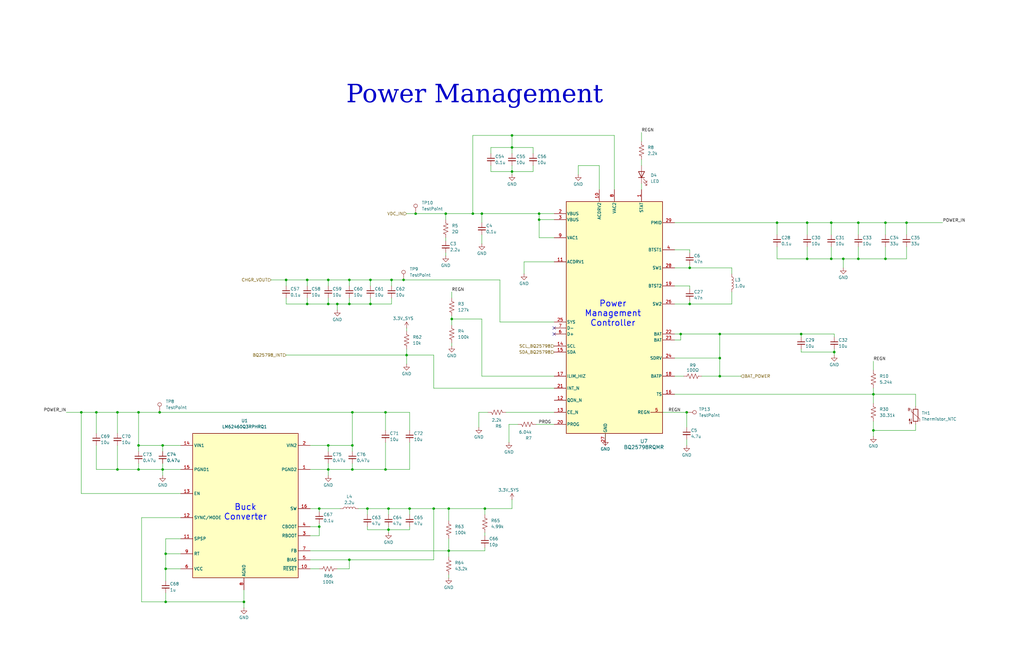
<source format=kicad_sch>
(kicad_sch (version 20231120) (generator "eeschema") (generator_version "8.0")
  (paper "B")
  (title_block (title "SCAN") (date "2024-11-25") (rev "v1.0") (company "Senior Design Group 35"))
  (lib_symbols
    (symbol "Connector:TestPoint" (pin_numbers hide) (pin_names (offset 0.762) hide)
      (property "Reference" "TP" (at 0 6.858 0))
      (property "Value" "TestPoint" (at 0 5.08 0))
      (symbol "TestPoint_0_1"
        (circle (center 0 3.302) (radius 0.762))
      )
      (symbol "TestPoint_1_1"
        (pin passive line (at 0 0 90) (length 2.54) (name "1") (number "1"))
      )
    )
    (symbol "Device:C_Small" (pin_numbers hide) (pin_names (offset 0.254) hide)
      (property "Reference" "C" (at 0.254 1.778 0))
      (property "Value" "C_Small" (at 0.254 -2.032 0))
      (symbol "C_Small_0_1"
        (polyline (pts (xy -1.524 -0.508) (xy 1.524 -0.508)) (stroke (width 0.3302)))
        (polyline (pts (xy -1.524 0.508) (xy 1.524 0.508)) (stroke (width 0.3048)))
      )
      (symbol "C_Small_1_1"
        (pin passive line (at 0 2.54 270) (length 2.032) (name "~") (number "1"))
        (pin passive line (at 0 -2.54 90) (length 2.032) (name "~") (number "2"))
      )
    )
    (symbol "Device:L" (pin_numbers hide) (pin_names (offset 1.016) hide)
      (property "Reference" "L" (at -1.27 0 90))
      (property "Value" "L" (at 1.905 0 90))
      (symbol "L_0_1"
        (arc (start 0 -2.54) (mid 0.6323 -1.905) (end 0 -1.27))
        (arc (start 0 -1.27) (mid 0.6323 -0.635) (end 0 0))
        (arc (start 0 0) (mid 0.6323 0.635) (end 0 1.27))
        (arc (start 0 1.27) (mid 0.6323 1.905) (end 0 2.54))
      )
      (symbol "L_1_1"
        (pin passive line (at 0 3.81 270) (length 1.27) (name "1") (number "1"))
        (pin passive line (at 0 -3.81 90) (length 1.27) (name "2") (number "2"))
      )
    )
    (symbol "Device:LED" (pin_numbers hide) (pin_names (offset 1.016) hide)
      (property "Reference" "D" (at 0 2.54 0))
      (property "Value" "LED" (at 0 -2.54 0))
      (symbol "LED_0_1"
        (polyline (pts (xy -1.27 -1.27) (xy -1.27 1.27)) (stroke (width 0.254)))
        (polyline (pts (xy -1.27 0) (xy 1.27 0)))
        (polyline (pts (xy 1.27 -1.27) (xy 1.27 1.27) (xy -1.27 0) (xy 1.27 -1.27)) (stroke (width 0.254)))
        (polyline (pts (xy -3.048 -0.762) (xy -4.572 -2.286) (xy -3.81 -2.286) (xy -4.572 -2.286) (xy -4.572 -1.524)))
        (polyline (pts (xy -1.778 -0.762) (xy -3.302 -2.286) (xy -2.54 -2.286) (xy -3.302 -2.286) (xy -3.302 -1.524)))
      )
      (symbol "LED_1_1"
        (pin passive line (at -3.81 0 0) (length 2.54) (name "K") (number "1"))
        (pin passive line (at 3.81 0 180) (length 2.54) (name "A") (number "2"))
      )
    )
    (symbol "Device:R_US" (pin_numbers hide) (pin_names (offset 0))
      (property "Reference" "R" (at 2.54 0 90))
      (property "Value" "R_US" (at -2.54 0 90))
      (symbol "R_US_0_1"
        (polyline (pts (xy 0 -2.286) (xy 0 -2.54)))
        (polyline (pts (xy 0 2.286) (xy 0 2.54)))
        (polyline (pts (xy 0 -0.762) (xy 1.016 -1.143) (xy 0 -1.524) (xy -1.016 -1.905) (xy 0 -2.286)))
        (polyline (pts (xy 0 0.762) (xy 1.016 0.381) (xy 0 0) (xy -1.016 -0.381) (xy 0 -0.762)))
        (polyline (pts (xy 0 2.286) (xy 1.016 1.905) (xy 0 1.524) (xy -1.016 1.143) (xy 0 0.762)))
      )
      (symbol "R_US_1_1"
        (pin passive line (at 0 3.81 270) (length 1.27) (name "~") (number "1"))
        (pin passive line (at 0 -3.81 90) (length 1.27) (name "~") (number "2"))
      )
    )
    (symbol "Device:Thermistor_NTC" (pin_numbers hide) (pin_names (offset 0))
      (property "Reference" "TH" (at -4.445 0 90))
      (property "Value" "Thermistor_NTC" (at 3.175 0 90))
      (symbol "Thermistor_NTC_0_1"
        (arc (start -3.048 2.159) (mid -3.0495 2.3143) (end -3.175 2.413))
        (arc (start -3.048 2.159) (mid -2.9736 1.9794) (end -2.794 1.905))
        (arc (start -3.048 2.794) (mid -2.9736 2.6144) (end -2.794 2.54))
        (arc (start -2.794 1.905) (mid -2.6144 1.9794) (end -2.54 2.159))
        (arc (start -2.794 2.54) (mid -2.4393 2.5587) (end -2.159 2.794))
        (arc (start -2.794 3.048) (mid -2.9736 2.9736) (end -3.048 2.794))
        (arc (start -2.54 2.794) (mid -2.6144 2.9736) (end -2.794 3.048))
        (rectangle (start -1.016 2.54) (end 1.016 -2.54) (stroke (width 0.254)))
        (polyline (pts (xy -2.54 2.159) (xy -2.54 2.794)))
        (polyline (pts (xy -1.778 2.54) (xy -1.778 1.524) (xy 1.778 -1.524) (xy 1.778 -2.54)))
        (polyline (pts (xy -2.54 -3.683) (xy -2.54 -1.397) (xy -2.794 -2.159) (xy -2.286 -2.159) (xy -2.54 -1.397) (xy -2.54 -1.651)) (fill (type outline)))
        (polyline (pts (xy -1.778 -1.397) (xy -1.778 -3.683) (xy -2.032 -2.921) (xy -1.524 -2.921) (xy -1.778 -3.683) (xy -1.778 -3.429)) (fill (type outline)))
      )
      (symbol "Thermistor_NTC_1_1"
        (pin passive line (at 0 3.81 270) (length 1.27) (name "~") (number "1"))
        (pin passive line (at 0 -3.81 90) (length 1.27) (name "~") (number "2"))
      )
    )
    (symbol "custom_symbols:BQ25798RQMR" (pin_names (offset 0.254))
      (property "Reference" "U" (at 0 2.54 0))
      (property "Value" "BQ25798RQMR" (at 0 0 0))
      (symbol "BQ25798RQMR_0_1"
        (pin unspecified line (at 36.83 10.16 270) (length 5.08) (name "STAT") (number "1"))
        (pin power_in line (at 19.05 10.16 270) (length 5.08) (name "ACDRV2") (number "10"))
        (pin power_in line (at 0 -20.32 0) (length 5.08) (name "ACDRV1") (number "11"))
        (pin unspecified line (at 0 -78.74 0) (length 5.08) (name "QON_N") (number "12"))
        (pin unspecified line (at 0 -83.82 0) (length 5.08) (name "CE_N") (number "13"))
        (pin input line (at 0 -55.88 0) (length 5.08) (name "SCL") (number "14"))
        (pin bidirectional line (at 0 -58.42 0) (length 5.08) (name "SDA") (number "15"))
        (pin unspecified line (at 50.8 -76.2 180) (length 5.08) (name "TS") (number "16"))
        (pin unspecified line (at 0 -68.58 0) (length 5.08) (name "ILIM_HIZ") (number "17"))
        (pin unspecified line (at 50.8 -68.58 180) (length 5.08) (name "BATP") (number "18"))
        (pin unspecified line (at 50.8 -30.48 180) (length 5.08) (name "BTST2") (number "19"))
        (pin power_in line (at 0 0 0) (length 5.08) (name "VBUS") (number "2"))
        (pin unspecified line (at 0 -88.9 0) (length 5.08) (name "PROG") (number "20"))
        (pin unspecified line (at 0 -73.66 0) (length 5.08) (name "INT_N") (number "21"))
        (pin unspecified line (at 50.8 -50.8 180) (length 5.08) (name "BAT") (number "22"))
        (pin unspecified line (at 50.8 -53.34 180) (length 5.08) (name "BAT") (number "23"))
        (pin unspecified line (at 50.8 -60.96 180) (length 5.08) (name "SDRV") (number "24"))
        (pin unspecified line (at 0 -45.72 0) (length 5.08) (name "SYS") (number "25"))
        (pin unspecified line (at 50.8 -38.1 180) (length 5.08) (name "SW2") (number "26"))
        (pin power_in line (at 21.59 -97.79 90) (length 5.08) (name "GND") (number "27"))
        (pin unspecified line (at 50.8 -22.86 180) (length 5.08) (name "SW1") (number "28"))
        (pin unspecified line (at 50.8 -3.81 180) (length 5.08) (name "PMID") (number "29"))
        (pin power_in line (at 0 -2.54 0) (length 5.08) (name "VBUS") (number "3"))
        (pin unspecified line (at 50.8 -15.24 180) (length 5.08) (name "BTST1") (number "4"))
        (pin unspecified line (at 45.72 -83.82 180) (length 5.08) (name "REGN") (number "5"))
        (pin unspecified line (at 0 -50.8 0) (length 5.08) (name "D+") (number "6"))
        (pin unspecified line (at 0 -48.26 0) (length 5.08) (name "D-") (number "7"))
        (pin power_in line (at 25.4 10.16 270) (length 5.08) (name "VAC2") (number "8"))
        (pin power_in line (at 0 -10.16 0) (length 5.08) (name "VAC1") (number "9"))
      )
      (symbol "BQ25798RQMR_1_1"
        (rectangle (start 5.08 5.08) (end 45.72 -92.71) (stroke (width 0.254)) (fill (type background)))
        (text_box "Power Management\nController" (at 11.43 -34.29 0) (size 26.67 -15.24) (stroke (width -0.0001)) (effects (font (size 2.54 2.54) (thickness 0.3175))))
      )
    )
    (symbol "custom_symbols:LM62460Q3RPHRQ1"
      (property "Reference" "U" (at 6.096 28.956 0))
      (property "Value" "LM62460Q3RPHRQ1" (at 6.096 26.416 0))
      (symbol "LM62460Q3RPHRQ1_1_1"
        (rectangle (start -8.89 21.59) (end 35.56 -39.37) (stroke (width 0.254)) (fill (type background)))
        (text_box "Buck\nConverter" (at 0 -6.35 0) (size 26.67 -10.16) (stroke (width -0.0001)) (effects (font (size 2.54 2.54) (thickness 0.3175))))
        (pin passive line (at 40.64 6.35 180) (length 5.08) (name "PGND2") (number "1"))
        (pin passive line (at 40.64 -35.56 180) (length 5.08) (name "~{RESET}") (number "10"))
        (pin passive line (at -13.97 -22.86 0) (length 5.08) (name "SPSP") (number "11"))
        (pin passive line (at -13.97 -13.97 0) (length 5.08) (name "SYNC/MODE") (number "12"))
        (pin passive line (at -13.97 -3.81 0) (length 5.08) (name "EN") (number "13"))
        (pin passive line (at -13.97 16.51 0) (length 5.08) (name "VIN1") (number "14"))
        (pin passive line (at -13.97 6.35 0) (length 5.08) (name "PGND1") (number "15"))
        (pin passive line (at 40.64 -10.16 180) (length 5.08) (name "SW") (number "16"))
        (pin passive line (at 40.64 16.51 180) (length 5.08) (name "VIN2") (number "2"))
        (pin passive line (at 40.64 -21.59 180) (length 5.08) (name "RBOOT") (number "3"))
        (pin passive line (at 40.64 -17.78 180) (length 5.08) (name "CBOOT") (number "4"))
        (pin passive line (at 40.64 -31.75 180) (length 5.08) (name "BIAS") (number "5"))
        (pin passive line (at -13.97 -35.56 0) (length 5.08) (name "VCC") (number "6"))
        (pin passive line (at 40.64 -27.94 180) (length 5.08) (name "FB") (number "7"))
        (pin passive line (at 12.7 -44.45 90) (length 5.08) (name "AGND") (number "8"))
        (pin passive line (at -13.97 -29.21 0) (length 5.08) (name "RT") (number "9"))
      )
    )
    (symbol "power:+3.3V" (power) (pin_numbers hide) (pin_names (offset 0) hide)
      (property "Value" "+3.3V" (at 0 3.556 0))
      (symbol "+3.3V_0_1"
        (polyline (pts (xy -0.762 1.27) (xy 0 2.54)))
        (polyline (pts (xy 0 0) (xy 0 2.54)))
        (polyline (pts (xy 0 2.54) (xy 0.762 1.27)))
      )
      (symbol "+3.3V_1_1"
        (pin power_in line (at 0 0 90) (length 0) (name "~") (number "1"))
      )
    )
    (symbol "power:GND" (power) (pin_numbers hide) (pin_names (offset 0) hide)
      (property "Value" "GND" (at 0 -3.81 0))
      (symbol "GND_0_1"
        (polyline (pts (xy 0 0) (xy 0 -1.27) (xy 1.27 -1.27) (xy 0 -2.54) (xy -1.27 -1.27) (xy 0 -1.27)))
      )
      (symbol "GND_1_1"
        (pin power_in line (at 0 0 270) (length 0) (name "~") (number "1"))
      )
    )
  )
  (junction (at 102.87 254))
  (junction (at 182.88 214.63))
  (junction (at 290.83 113.03))
  (junction (at 175.26 90.17))
  (junction (at 40.64 173.99))
  (junction (at 368.3 166.37))
  (junction (at 148.59 173.99))
  (junction (at 227.33 92.71))
  (junction (at 147.32 236.22))
  (junction (at 138.43 118.11))
  (junction (at 350.52 93.98))
  (junction (at 368.3 181.61))
  (junction (at 361.95 109.22))
  (junction (at 129.54 128.27))
  (junction (at 142.24 128.27))
  (junction (at 327.66 93.98))
  (junction (at 49.53 173.99))
  (junction (at 215.9 57.15))
  (junction (at 172.72 214.63))
  (junction (at 34.29 173.99))
  (junction (at 227.33 90.17))
  (junction (at 190.5 134.62))
  (junction (at 58.42 187.96))
  (junction (at 203.2 90.17))
  (junction (at 361.95 93.98))
  (junction (at 382.27 93.98))
  (junction (at 373.38 109.22))
  (junction (at 215.9 72.39))
  (junction (at 69.85 233.68))
  (junction (at 215.9 62.23))
  (junction (at 134.62 222.25))
  (junction (at 147.32 128.27))
  (junction (at 148.59 187.96))
  (junction (at 134.62 214.63))
  (junction (at 49.53 198.12))
  (junction (at 162.56 198.12))
  (junction (at 68.58 187.96))
  (junction (at 165.1 118.11))
  (junction (at 199.39 90.17))
  (junction (at 69.85 254))
  (junction (at 189.23 232.41))
  (junction (at 355.6 109.22))
  (junction (at 204.47 214.63))
  (junction (at 120.65 118.11))
  (junction (at 290.83 128.27))
  (junction (at 340.36 93.98))
  (junction (at 287.02 140.97))
  (junction (at 351.79 148.59))
  (junction (at 303.53 151.13))
  (junction (at 162.56 173.99))
  (junction (at 138.43 128.27))
  (junction (at 147.32 118.11))
  (junction (at 68.58 198.12))
  (junction (at 156.21 128.27))
  (junction (at 373.38 93.98))
  (junction (at 148.59 198.12))
  (junction (at 340.36 109.22))
  (junction (at 138.43 198.12))
  (junction (at 129.54 118.11))
  (junction (at 171.45 149.86))
  (junction (at 170.18 118.11))
  (junction (at 67.31 173.99))
  (junction (at 303.53 158.75))
  (junction (at 163.83 223.52))
  (junction (at 350.52 109.22))
  (junction (at 58.42 173.99))
  (junction (at 337.82 140.97))
  (junction (at 58.42 198.12))
  (junction (at 138.43 187.96))
  (junction (at 289.56 173.99))
  (junction (at 163.83 214.63))
  (junction (at 303.53 140.97))
  (junction (at 189.23 214.63))
  (junction (at 187.96 90.17))
  (junction (at 69.85 240.03))
  (junction (at 154.94 214.63))
  (junction (at 156.21 118.11))
  (no_connect (at 233.68 140.97))
  (no_connect (at 233.68 138.43))
  (wire (pts (xy 203.2 90.17) (xy 203.2 93.98)))
  (wire (pts (xy 148.59 198.12) (xy 162.56 198.12)))
  (wire (pts (xy 69.85 240.03) (xy 76.2 240.03)))
  (wire (pts (xy 68.58 198.12) (xy 76.2 198.12)))
  (wire (pts (xy 67.31 173.99) (xy 148.59 173.99)))
  (wire (pts (xy 382.27 93.98) (xy 397.51 93.98)))
  (wire (pts (xy 134.62 214.63) (xy 134.62 215.9)))
  (wire (pts (xy 189.23 227.33) (xy 189.23 232.41)))
  (wire (pts (xy 163.83 223.52) (xy 163.83 224.79)))
  (wire (pts (xy 373.38 104.14) (xy 373.38 109.22)))
  (wire (pts (xy 284.48 105.41) (xy 290.83 105.41)))
  (wire (pts (xy 259.08 80.01) (xy 259.08 57.15)))
  (wire (pts (xy 220.98 110.49) (xy 220.98 115.57)))
  (wire (pts (xy 327.66 104.14) (xy 327.66 109.22)))
  (wire (pts (xy 290.83 120.65) (xy 290.83 121.92)))
  (wire (pts (xy 58.42 187.96) (xy 58.42 173.99)))
  (wire (pts (xy 102.87 248.92) (xy 102.87 254)))
  (wire (pts (xy 138.43 198.12) (xy 138.43 200.66)))
  (wire (pts (xy 290.83 128.27) (xy 290.83 127)))
  (wire (pts (xy 147.32 125.73) (xy 147.32 128.27)))
  (wire (pts (xy 199.39 57.15) (xy 199.39 90.17)))
  (wire (pts (xy 284.48 120.65) (xy 290.83 120.65)))
  (wire (pts (xy 76.2 233.68) (xy 69.85 233.68)))
  (wire (pts (xy 138.43 125.73) (xy 138.43 128.27)))
  (wire (pts (xy 156.21 118.11) (xy 156.21 120.65)))
  (wire (pts (xy 138.43 187.96) (xy 130.81 187.96)))
  (wire (pts (xy 351.79 147.32) (xy 351.79 148.59)))
  (wire (pts (xy 350.52 93.98) (xy 350.52 99.06)))
  (wire (pts (xy 227.33 100.33) (xy 227.33 92.71)))
  (wire (pts (xy 252.73 69.85) (xy 243.84 69.85)))
  (wire (pts (xy 199.39 57.15) (xy 215.9 57.15)))
  (wire (pts (xy 148.59 187.96) (xy 148.59 190.5)))
  (wire (pts (xy 142.24 128.27) (xy 142.24 130.81)))
  (wire (pts (xy 68.58 187.96) (xy 68.58 190.5)))
  (wire (pts (xy 69.85 245.11) (xy 69.85 240.03)))
  (wire (pts (xy 187.96 100.33) (xy 187.96 101.6)))
  (wire (pts (xy 163.83 217.17) (xy 163.83 214.63)))
  (wire (pts (xy 214.63 179.07) (xy 218.44 179.07)))
  (wire (pts (xy 163.83 214.63) (xy 172.72 214.63)))
  (wire (pts (xy 68.58 187.96) (xy 58.42 187.96)))
  (wire (pts (xy 290.83 113.03) (xy 290.83 111.76)))
  (wire (pts (xy 284.48 143.51) (xy 287.02 143.51)))
  (wire (pts (xy 284.48 128.27) (xy 290.83 128.27)))
  (wire (pts (xy 243.84 69.85) (xy 243.84 73.66)))
  (wire (pts (xy 134.62 222.25) (xy 134.62 220.98)))
  (wire (pts (xy 138.43 195.58) (xy 138.43 198.12)))
  (wire (pts (xy 303.53 140.97) (xy 303.53 151.13)))
  (wire (pts (xy 368.3 152.4) (xy 368.3 156.21)))
  (wire (pts (xy 303.53 151.13) (xy 303.53 158.75)))
  (wire (pts (xy 279.4 173.99) (xy 289.56 173.99)))
  (wire (pts (xy 154.94 222.25) (xy 154.94 223.52)))
  (wire (pts (xy 76.2 187.96) (xy 68.58 187.96)))
  (wire (pts (xy 130.81 232.41) (xy 189.23 232.41)))
  (wire (pts (xy 361.95 109.22) (xy 355.6 109.22)))
  (wire (pts (xy 327.66 109.22) (xy 340.36 109.22)))
  (wire (pts (xy 162.56 173.99) (xy 162.56 181.61)))
  (wire (pts (xy 138.43 198.12) (xy 148.59 198.12)))
  (wire (pts (xy 190.5 144.78) (xy 190.5 146.05)))
  (wire (pts (xy 187.96 90.17) (xy 187.96 92.71)))
  (wire (pts (xy 151.13 214.63) (xy 154.94 214.63)))
  (wire (pts (xy 382.27 109.22) (xy 373.38 109.22)))
  (wire (pts (xy 368.3 166.37) (xy 368.3 170.18)))
  (wire (pts (xy 49.53 173.99) (xy 58.42 173.99)))
  (wire (pts (xy 120.65 149.86) (xy 171.45 149.86)))
  (wire (pts (xy 59.69 218.44) (xy 59.69 254)))
  (wire (pts (xy 172.72 214.63) (xy 182.88 214.63)))
  (wire (pts (xy 165.1 118.11) (xy 165.1 120.65)))
  (wire (pts (xy 34.29 208.28) (xy 34.29 173.99)))
  (wire (pts (xy 163.83 222.25) (xy 163.83 223.52)))
  (wire (pts (xy 233.68 110.49) (xy 220.98 110.49)))
  (wire (pts (xy 171.45 90.17) (xy 175.26 90.17)))
  (wire (pts (xy 68.58 198.12) (xy 68.58 200.66)))
  (wire (pts (xy 130.81 226.06) (xy 134.62 226.06)))
  (wire (pts (xy 214.63 186.69) (xy 214.63 179.07)))
  (wire (pts (xy 215.9 62.23) (xy 215.9 64.77)))
  (wire (pts (xy 284.48 140.97) (xy 287.02 140.97)))
  (wire (pts (xy 233.68 163.83) (xy 182.88 163.83)))
  (wire (pts (xy 368.3 177.8) (xy 368.3 181.61)))
  (wire (pts (xy 204.47 214.63) (xy 215.9 214.63)))
  (wire (pts (xy 148.59 195.58) (xy 148.59 198.12)))
  (wire (pts (xy 182.88 163.83) (xy 182.88 149.86)))
  (wire (pts (xy 207.01 69.85) (xy 207.01 72.39)))
  (wire (pts (xy 129.54 118.11) (xy 138.43 118.11)))
  (wire (pts (xy 215.9 69.85) (xy 215.9 72.39)))
  (wire (pts (xy 147.32 118.11) (xy 147.32 120.65)))
  (wire (pts (xy 189.23 214.63) (xy 189.23 219.71)))
  (wire (pts (xy 130.81 236.22) (xy 147.32 236.22)))
  (wire (pts (xy 148.59 173.99) (xy 148.59 187.96)))
  (wire (pts (xy 204.47 224.79) (xy 204.47 226.06)))
  (wire (pts (xy 373.38 93.98) (xy 373.38 99.06)))
  (wire (pts (xy 130.81 214.63) (xy 134.62 214.63)))
  (wire (pts (xy 58.42 195.58) (xy 58.42 198.12)))
  (wire (pts (xy 182.88 214.63) (xy 189.23 214.63)))
  (wire (pts (xy 130.81 198.12) (xy 138.43 198.12)))
  (wire (pts (xy 165.1 118.11) (xy 156.21 118.11)))
  (wire (pts (xy 210.82 135.89) (xy 210.82 118.11)))
  (wire (pts (xy 182.88 149.86) (xy 171.45 149.86)))
  (wire (pts (xy 215.9 72.39) (xy 215.9 73.66)))
  (wire (pts (xy 190.5 133.35) (xy 190.5 134.62)))
  (wire (pts (xy 120.65 118.11) (xy 120.65 120.65)))
  (wire (pts (xy 361.95 93.98) (xy 373.38 93.98)))
  (wire (pts (xy 201.93 173.99) (xy 205.74 173.99)))
  (wire (pts (xy 129.54 118.11) (xy 120.65 118.11)))
  (wire (pts (xy 224.79 69.85) (xy 224.79 72.39)))
  (wire (pts (xy 233.68 135.89) (xy 210.82 135.89)))
  (wire (pts (xy 303.53 140.97) (xy 337.82 140.97)))
  (wire (pts (xy 308.61 113.03) (xy 290.83 113.03)))
  (wire (pts (xy 154.94 214.63) (xy 154.94 217.17)))
  (wire (pts (xy 172.72 217.17) (xy 172.72 214.63)))
  (wire (pts (xy 270.51 67.31) (xy 270.51 69.85)))
  (wire (pts (xy 252.73 80.01) (xy 252.73 69.85)))
  (wire (pts (xy 69.85 250.19) (xy 69.85 254)))
  (wire (pts (xy 227.33 90.17) (xy 233.68 90.17)))
  (wire (pts (xy 351.79 140.97) (xy 351.79 142.24)))
  (wire (pts (xy 40.64 198.12) (xy 49.53 198.12)))
  (wire (pts (xy 351.79 148.59) (xy 351.79 149.86)))
  (wire (pts (xy 203.2 134.62) (xy 190.5 134.62)))
  (wire (pts (xy 130.81 240.03) (xy 134.62 240.03)))
  (wire (pts (xy 337.82 147.32) (xy 337.82 148.59)))
  (wire (pts (xy 287.02 143.51) (xy 287.02 140.97)))
  (wire (pts (xy 303.53 158.75) (xy 312.42 158.75)))
  (wire (pts (xy 255.27 182.88) (xy 255.27 185.42)))
  (wire (pts (xy 59.69 254) (xy 69.85 254)))
  (wire (pts (xy 172.72 223.52) (xy 163.83 223.52)))
  (wire (pts (xy 138.43 187.96) (xy 138.43 190.5)))
  (wire (pts (xy 386.08 179.07) (xy 386.08 181.61)))
  (wire (pts (xy 187.96 106.68) (xy 187.96 107.95)))
  (wire (pts (xy 327.66 93.98) (xy 340.36 93.98)))
  (wire (pts (xy 40.64 187.96) (xy 40.64 198.12)))
  (wire (pts (xy 284.48 113.03) (xy 290.83 113.03)))
  (wire (pts (xy 162.56 186.69) (xy 162.56 198.12)))
  (wire (pts (xy 226.06 179.07) (xy 233.68 179.07)))
  (wire (pts (xy 203.2 90.17) (xy 227.33 90.17)))
  (wire (pts (xy 368.3 163.83) (xy 368.3 166.37)))
  (wire (pts (xy 102.87 254) (xy 102.87 256.54)))
  (wire (pts (xy 34.29 173.99) (xy 27.94 173.99)))
  (wire (pts (xy 287.02 140.97) (xy 303.53 140.97)))
  (wire (pts (xy 171.45 149.86) (xy 171.45 153.67)))
  (wire (pts (xy 308.61 115.57) (xy 308.61 113.03)))
  (wire (pts (xy 382.27 104.14) (xy 382.27 109.22)))
  (wire (pts (xy 114.3 118.11) (xy 120.65 118.11)))
  (wire (pts (xy 147.32 118.11) (xy 156.21 118.11)))
  (wire (pts (xy 190.5 134.62) (xy 190.5 137.16)))
  (wire (pts (xy 49.53 198.12) (xy 58.42 198.12)))
  (wire (pts (xy 295.91 158.75) (xy 303.53 158.75)))
  (wire (pts (xy 156.21 125.73) (xy 156.21 128.27)))
  (wire (pts (xy 58.42 198.12) (xy 68.58 198.12)))
  (wire (pts (xy 172.72 222.25) (xy 172.72 223.52)))
  (wire (pts (xy 129.54 128.27) (xy 138.43 128.27)))
  (wire (pts (xy 284.48 151.13) (xy 303.53 151.13)))
  (wire (pts (xy 204.47 214.63) (xy 204.47 217.17)))
  (wire (pts (xy 170.18 118.11) (xy 165.1 118.11)))
  (wire (pts (xy 204.47 232.41) (xy 204.47 231.14)))
  (wire (pts (xy 213.36 173.99) (xy 233.68 173.99)))
  (wire (pts (xy 290.83 106.68) (xy 290.83 105.41)))
  (wire (pts (xy 49.53 182.88) (xy 49.53 173.99)))
  (wire (pts (xy 129.54 118.11) (xy 129.54 120.65)))
  (wire (pts (xy 182.88 214.63) (xy 182.88 236.22)))
  (wire (pts (xy 337.82 148.59) (xy 351.79 148.59)))
  (wire (pts (xy 69.85 227.33) (xy 69.85 233.68)))
  (wire (pts (xy 215.9 72.39) (xy 224.79 72.39)))
  (wire (pts (xy 154.94 214.63) (xy 163.83 214.63)))
  (wire (pts (xy 215.9 57.15) (xy 259.08 57.15)))
  (wire (pts (xy 142.24 240.03) (xy 147.32 240.03)))
  (wire (pts (xy 138.43 118.11) (xy 138.43 120.65)))
  (wire (pts (xy 340.36 109.22) (xy 340.36 104.14)))
  (wire (pts (xy 147.32 240.03) (xy 147.32 236.22)))
  (wire (pts (xy 189.23 232.41) (xy 189.23 234.95)))
  (wire (pts (xy 382.27 93.98) (xy 382.27 99.06)))
  (wire (pts (xy 129.54 125.73) (xy 129.54 128.27)))
  (wire (pts (xy 58.42 187.96) (xy 58.42 190.5)))
  (wire (pts (xy 207.01 62.23) (xy 215.9 62.23)))
  (wire (pts (xy 373.38 109.22) (xy 361.95 109.22)))
  (wire (pts (xy 386.08 171.45) (xy 386.08 166.37)))
  (wire (pts (xy 284.48 93.98) (xy 327.66 93.98)))
  (wire (pts (xy 142.24 128.27) (xy 147.32 128.27)))
  (wire (pts (xy 134.62 226.06) (xy 134.62 222.25)))
  (wire (pts (xy 199.39 90.17) (xy 203.2 90.17)))
  (wire (pts (xy 284.48 166.37) (xy 368.3 166.37)))
  (wire (pts (xy 233.68 158.75) (xy 203.2 158.75)))
  (wire (pts (xy 134.62 214.63) (xy 143.51 214.63)))
  (wire (pts (xy 34.29 173.99) (xy 40.64 173.99)))
  (wire (pts (xy 224.79 64.77) (xy 224.79 62.23)))
  (wire (pts (xy 40.64 173.99) (xy 49.53 173.99)))
  (wire (pts (xy 69.85 254) (xy 102.87 254)))
  (wire (pts (xy 308.61 128.27) (xy 290.83 128.27)))
  (wire (pts (xy 58.42 173.99) (xy 67.31 173.99)))
  (wire (pts (xy 227.33 92.71) (xy 227.33 90.17)))
  (wire (pts (xy 337.82 140.97) (xy 337.82 142.24)))
  (wire (pts (xy 175.26 90.17) (xy 187.96 90.17)))
  (wire (pts (xy 187.96 90.17) (xy 199.39 90.17)))
  (wire (pts (xy 120.65 128.27) (xy 129.54 128.27)))
  (wire (pts (xy 154.94 223.52) (xy 163.83 223.52)))
  (wire (pts (xy 68.58 195.58) (xy 68.58 198.12)))
  (wire (pts (xy 203.2 158.75) (xy 203.2 134.62)))
  (wire (pts (xy 201.93 180.34) (xy 201.93 173.99)))
  (wire (pts (xy 308.61 123.19) (xy 308.61 128.27)))
  (wire (pts (xy 373.38 93.98) (xy 382.27 93.98)))
  (wire (pts (xy 171.45 147.32) (xy 171.45 149.86)))
  (wire (pts (xy 233.68 92.71) (xy 227.33 92.71)))
  (wire (pts (xy 355.6 109.22) (xy 350.52 109.22)))
  (wire (pts (xy 361.95 93.98) (xy 361.95 99.06)))
  (wire (pts (xy 337.82 140.97) (xy 351.79 140.97)))
  (wire (pts (xy 215.9 62.23) (xy 224.79 62.23)))
  (wire (pts (xy 204.47 214.63) (xy 189.23 214.63)))
  (wire (pts (xy 171.45 138.43) (xy 171.45 139.7)))
  (wire (pts (xy 210.82 118.11) (xy 170.18 118.11)))
  (wire (pts (xy 350.52 93.98) (xy 361.95 93.98)))
  (wire (pts (xy 172.72 173.99) (xy 162.56 173.99)))
  (wire (pts (xy 148.59 173.99) (xy 162.56 173.99)))
  (wire (pts (xy 361.95 104.14) (xy 361.95 109.22)))
  (wire (pts (xy 138.43 118.11) (xy 147.32 118.11)))
  (wire (pts (xy 147.32 128.27) (xy 156.21 128.27)))
  (wire (pts (xy 284.48 158.75) (xy 288.29 158.75)))
  (wire (pts (xy 189.23 242.57) (xy 189.23 243.84)))
  (wire (pts (xy 76.2 218.44) (xy 59.69 218.44)))
  (wire (pts (xy 172.72 181.61) (xy 172.72 173.99)))
  (wire (pts (xy 204.47 232.41) (xy 189.23 232.41)))
  (wire (pts (xy 350.52 109.22) (xy 340.36 109.22)))
  (wire (pts (xy 165.1 125.73) (xy 165.1 128.27)))
  (wire (pts (xy 138.43 128.27) (xy 142.24 128.27)))
  (wire (pts (xy 215.9 57.15) (xy 215.9 62.23)))
  (wire (pts (xy 368.3 181.61) (xy 368.3 184.15)))
  (wire (pts (xy 34.29 208.28) (xy 76.2 208.28)))
  (wire (pts (xy 120.65 125.73) (xy 120.65 128.27)))
  (wire (pts (xy 40.64 182.88) (xy 40.64 173.99)))
  (wire (pts (xy 190.5 123.19) (xy 190.5 125.73)))
  (wire (pts (xy 340.36 93.98) (xy 340.36 99.06)))
  (wire (pts (xy 215.9 210.82) (xy 215.9 214.63)))
  (wire (pts (xy 148.59 187.96) (xy 138.43 187.96)))
  (wire (pts (xy 270.51 55.88) (xy 270.51 59.69)))
  (wire (pts (xy 289.56 185.42) (xy 289.56 187.96)))
  (wire (pts (xy 69.85 227.33) (xy 76.2 227.33)))
  (wire (pts (xy 350.52 104.14) (xy 350.52 109.22)))
  (wire (pts (xy 215.9 72.39) (xy 207.01 72.39)))
  (wire (pts (xy 207.01 62.23) (xy 207.01 64.77)))
  (wire (pts (xy 386.08 181.61) (xy 368.3 181.61)))
  (wire (pts (xy 386.08 166.37) (xy 368.3 166.37)))
  (wire (pts (xy 355.6 109.22) (xy 355.6 113.03)))
  (wire (pts (xy 203.2 99.06) (xy 203.2 102.87)))
  (wire (pts (xy 172.72 198.12) (xy 162.56 198.12)))
  (wire (pts (xy 289.56 173.99) (xy 289.56 180.34)))
  (wire (pts (xy 69.85 233.68) (xy 69.85 240.03)))
  (wire (pts (xy 130.81 222.25) (xy 134.62 222.25)))
  (wire (pts (xy 270.51 77.47) (xy 270.51 80.01)))
  (wire (pts (xy 233.68 100.33) (xy 227.33 100.33)))
  (wire (pts (xy 172.72 186.69) (xy 172.72 198.12)))
  (wire (pts (xy 156.21 128.27) (xy 165.1 128.27)))
  (wire (pts (xy 49.53 187.96) (xy 49.53 198.12)))
  (wire (pts (xy 340.36 93.98) (xy 350.52 93.98)))
  (wire (pts (xy 147.32 236.22) (xy 182.88 236.22)))
  (wire (pts (xy 327.66 93.98) (xy 327.66 99.06)))
  (text "Power Management" (at 200.152 42.164 0) (effects (font (size 7.62 7.62) (thickness 0.9525))))
  (label "REGN" (at 270.51 55.88 0))
  (label "REGN" (at 190.5 123.19 0))
  (label "REGN" (at 287.02 173.99 180))
  (label "POWER_IN" (at 397.51 93.98 0))
  (label "POWER_IN" (at 27.94 173.99 180))
  (label "REGN" (at 368.3 152.4 0))
  (label "PROG" (at 232.41 179.07 180))
  (hierarchical_label "SDA_BQ25798" (shape input) (at 233.68 148.59 180))
  (hierarchical_label "BQ25798_INT" (shape input) (at 120.65 149.86 180))
  (hierarchical_label "SCL_BQ25798" (shape input) (at 233.68 146.05 180))
  (hierarchical_label "BAT_POWER" (shape input) (at 312.42 158.75 0))
  (hierarchical_label "VDC_IN" (shape input) (at 171.45 90.17 180))
  (hierarchical_label "CHGR_VOUT" (shape input) (at 114.3 118.11 180))
  (symbol (lib_id "Device:C_Small") (at 172.72 184.15 0) (unit 1)
    (property "Reference" "C72" (at 174.498 182.88 0) (effects (justify left)))
    (property "Value" "10u" (at 174.498 185.42 0) (effects (justify left)))
  )
  (symbol (lib_id "Device:C_Small") (at 373.38 101.6 0) (unit 1)
    (property "Reference" "C34" (at 375.158 100.33 0) (effects (justify left)))
    (property "Value" "33u" (at 375.158 102.87 0) (effects (justify left)))
    (property "Description" "POSCAP" (effects (hide yes)))
  )
  (symbol (lib_id "Device:C_Small") (at 40.64 185.42 0) (unit 1)
    (property "Reference" "C69" (at 42.418 184.15 0) (effects (justify left)))
    (property "Value" "10u" (at 42.418 186.69 0) (effects (justify left)))
  )
  (symbol (lib_id "power:+3.3V") (at 215.9 210.82 0) (unit 1)
    (property "Reference" "#PWR0111" (effects (hide yes)))
    (property "Value" "3.3V_SYS" (at 210.058 206.756 0) (effects (justify left)))
    (property "Description" "Power symbol creates a global label with name \"+3.3V\"" (effects (hide yes)))
  )
  (symbol (lib_id "Device:L") (at 147.32 214.63 90) (unit 1)
    (property "Reference" "L4" (at 147.32 209.55 90))
    (property "Value" "2.2u" (at 147.32 212.09 90))
    (property "Description" "Inductor" (effects (hide yes)))
  )
  (symbol (lib_id "Connector:TestPoint") (at 175.26 90.17 0) (unit 1)
    (property "Reference" "TP10" (at 177.8 85.5979 0) (effects (justify left)))
    (property "Value" "TestPoint" (at 177.8 88.1379 0) (effects (justify left)))
    (property "Description" "test point" (effects (hide yes)))
  )
  (symbol (lib_id "Device:C_Small") (at 290.83 109.22 0) (unit 1)
    (property "Reference" "C6" (at 292.608 107.95 0) (effects (justify left)))
    (property "Value" "47n" (at 292.608 110.49 0) (effects (justify left)))
    (property "Description" "10V or higher" (effects (hide yes)))
  )
  (symbol (lib_id "Device:C_Small") (at 156.21 123.19 0) (unit 1)
    (property "Reference" "C61" (at 157.988 121.92 0) (effects (justify left)))
    (property "Value" "10u" (at 157.988 124.46 0) (effects (justify left)))
  )
  (symbol (lib_id "Device:R_US") (at 187.96 96.52 0) (unit 1)
    (property "Reference" "R5" (at 190.5 95.2499 0) (effects (justify left)))
    (property "Value" "2Ω" (at 190.5 97.7899 0) (effects (justify left)))
    (property "Description" "Resistor, US symbol" (effects (hide yes)))
  )
  (symbol (lib_id "Device:L") (at 308.61 119.38 0) (unit 1)
    (property "Reference" "L3" (at 309.88 118.1099 0) (effects (justify left)))
    (property "Value" "1.0u" (at 309.88 120.6499 0) (effects (justify left)))
    (property "Description" "Inductor" (effects (hide yes)))
  )
  (symbol (lib_id "power:+3.3V") (at 171.45 138.43 0) (unit 1)
    (property "Reference" "#PWR0104" (effects (hide yes)))
    (property "Value" "3.3V_SYS" (at 165.608 134.366 0) (effects (justify left)))
    (property "Description" "Power symbol creates a global label with name \"+3.3V\"" (effects (hide yes)))
  )
  (symbol (lib_id "power:GND") (at 189.23 243.84 0) (unit 1)
    (property "Reference" "#PWR0112" (effects (hide yes)))
    (property "Value" "GND" (at 189.23 247.904 0))
    (property "Description" "Power symbol creates a global label with name \"GND\" , ground" (effects (hide yes)))
  )
  (symbol (lib_id "Device:C_Small") (at 350.52 101.6 0) (unit 1)
    (property "Reference" "C31" (at 352.298 100.33 0) (effects (justify left)))
    (property "Value" "10u" (at 352.298 102.87 0) (effects (justify left)))
  )
  (symbol (lib_id "Device:R_US") (at 190.5 140.97 0) (unit 1)
    (property "Reference" "R4" (at 193.04 139.6999 0) (effects (justify left)))
    (property "Value" "100k" (at 193.04 142.2399 0) (effects (justify left)))
    (property "Description" "Resistor, US symbol" (effects (hide yes)))
  )
  (symbol (lib_id "Device:C_Small") (at 215.9 67.31 0) (unit 1)
    (property "Reference" "C55" (at 217.678 66.04 0) (effects (justify left)))
    (property "Value" "10u" (at 217.678 68.58 0) (effects (justify left)))
  )
  (symbol (lib_id "Device:R_US") (at 189.23 238.76 0) (unit 1)
    (property "Reference" "R64" (at 191.77 237.4899 0) (effects (justify left)))
    (property "Value" "43.2k" (at 191.77 240.0299 0) (effects (justify left)))
    (property "Description" "Resistor, US symbol" (effects (hide yes)))
  )
  (symbol (lib_id "Device:C_Small") (at 134.62 218.44 0) (unit 1)
    (property "Reference" "C67" (at 136.398 217.17 0) (effects (justify left)))
    (property "Value" "0.1u" (at 136.398 219.71 0) (effects (justify left)))
  )
  (symbol (lib_id "power:GND") (at 255.27 185.42 0) (unit 1)
    (property "Reference" "#PWR022" (effects (hide yes)))
    (property "Value" "GND" (at 255.27 189.484 0))
    (property "Description" "Power symbol creates a global label with name \"GND\" , ground" (effects (hide yes)))
  )
  (symbol (lib_id "Device:C_Small") (at 147.32 123.19 0) (unit 1)
    (property "Reference" "C60" (at 149.098 121.92 0) (effects (justify left)))
    (property "Value" "10u" (at 149.098 124.46 0) (effects (justify left)))
  )
  (symbol (lib_id "Device:R_US") (at 270.51 63.5 0) (unit 1)
    (property "Reference" "R8" (at 273.05 62.2299 0) (effects (justify left)))
    (property "Value" "2.2k" (at 273.05 64.7699 0) (effects (justify left)))
    (property "Description" "Resistor, US symbol" (effects (hide yes)))
  )
  (symbol (lib_id "Device:R_US") (at 138.43 240.03 90) (unit 1)
    (property "Reference" "R66" (at 138.43 243.078 90))
    (property "Value" "100k" (at 138.43 245.618 90))
    (property "Description" "Resistor, US symbol" (effects (hide yes)))
  )
  (symbol (lib_id "Device:R_US") (at 292.1 158.75 90) (unit 1)
    (property "Reference" "R9" (at 292.1 154.178 90))
    (property "Value" "100Ω" (at 292.1 156.21 90))
    (property "Description" "Resistor, US symbol" (effects (hide yes)))
  )
  (symbol (lib_id "power:GND") (at 138.43 200.66 0) (unit 1)
    (property "Reference" "#PWR0109" (effects (hide yes)))
    (property "Value" "GND" (at 138.43 204.724 0))
    (property "Description" "Power symbol creates a global label with name \"GND\" , ground" (effects (hide yes)))
  )
  (symbol (lib_id "Device:C_Small") (at 163.83 219.71 0) (unit 1)
    (property "Reference" "C64" (at 165.608 218.44 0) (effects (justify left)))
    (property "Value" "47u" (at 165.608 220.98 0) (effects (justify left)))
  )
  (symbol (lib_id "Connector:TestPoint") (at 289.56 173.99 270) (unit 1)
    (property "Reference" "TP13" (at 294.64 172.7199 90) (effects (justify left)))
    (property "Value" "TestPoint" (at 294.64 175.2599 90) (effects (justify left)))
    (property "Description" "test point" (effects (hide yes)))
  )
  (symbol (lib_id "power:GND") (at 214.63 186.69 0) (unit 1)
    (property "Reference" "#PWR020" (effects (hide yes)))
    (property "Value" "GND" (at 214.63 190.754 0))
    (property "Description" "Power symbol creates a global label with name \"GND\" , ground" (effects (hide yes)))
  )
  (symbol (lib_id "Device:R_US") (at 190.5 129.54 0) (unit 1)
    (property "Reference" "R3" (at 193.04 128.2699 0) (effects (justify left)))
    (property "Value" "127k" (at 193.04 130.8099 0) (effects (justify left)))
    (property "Description" "Resistor, US symbol" (effects (hide yes)))
  )
  (symbol (lib_id "Device:C_Small") (at 68.58 193.04 0) (unit 1)
    (property "Reference" "C74" (at 70.358 191.77 0) (effects (justify left)))
    (property "Value" "0.47u" (at 70.358 194.31 0) (effects (justify left)))
  )
  (symbol (lib_id "power:GND") (at 220.98 115.57 0) (unit 1)
    (property "Reference" "#PWR021" (effects (hide yes)))
    (property "Value" "GND" (at 220.98 119.634 0))
    (property "Description" "Power symbol creates a global label with name \"GND\" , ground" (effects (hide yes)))
  )
  (symbol (lib_id "Device:C_Small") (at 207.01 67.31 0) (unit 1)
    (property "Reference" "C54" (at 208.788 66.04 0) (effects (justify left)))
    (property "Value" "0.1u" (at 208.788 68.58 0) (effects (justify left)))
  )
  (symbol (lib_id "Device:C_Small") (at 154.94 219.71 0) (unit 1)
    (property "Reference" "C63" (at 156.718 218.44 0) (effects (justify left)))
    (property "Value" "47u" (at 156.718 220.98 0) (effects (justify left)))
  )
  (symbol (lib_id "power:GND") (at 203.2 102.87 0) (unit 1)
    (property "Reference" "#PWR018" (effects (hide yes)))
    (property "Value" "GND" (at 203.2 106.934 0))
    (property "Description" "Power symbol creates a global label with name \"GND\" , ground" (effects (hide yes)))
  )
  (symbol (lib_id "Connector:TestPoint") (at 67.31 173.99 0) (unit 1)
    (property "Reference" "TP8" (at 69.85 169.4179 0) (effects (justify left)))
    (property "Value" "TestPoint" (at 69.85 171.9579 0) (effects (justify left)))
    (property "Description" "test point" (effects (hide yes)))
  )
  (symbol (lib_id "power:GND") (at 102.87 256.54 0) (mirror y) (unit 1)
    (property "Reference" "#PWR0114" (effects (hide yes)))
    (property "Value" "GND" (at 102.87 260.604 0))
    (property "Description" "Power symbol creates a global label with name \"GND\" , ground" (effects (hide yes)))
  )
  (symbol (lib_id "power:GND") (at 368.3 184.15 0) (unit 1)
    (property "Reference" "#PWR026" (effects (hide yes)))
    (property "Value" "GND" (at 368.3 188.214 0))
    (property "Description" "Power symbol creates a global label with name \"GND\" , ground" (effects (hide yes)))
  )
  (symbol (lib_id "Device:C_Small") (at 120.65 123.19 0) (unit 1)
    (property "Reference" "C57" (at 122.428 121.92 0) (effects (justify left)))
    (property "Value" "0.1u" (at 122.428 124.46 0) (effects (justify left)))
  )
  (symbol (lib_id "Device:LED") (at 270.51 73.66 90) (unit 1)
    (property "Reference" "D4" (at 274.32 73.9774 90) (effects (justify right)))
    (property "Value" "LED" (at 274.32 76.5174 90) (effects (justify right)))
    (property "Description" "Light emitting diode" (effects (hide yes)))
  )
  (symbol (lib_id "Device:C_Small") (at 337.82 144.78 0) (unit 1)
    (property "Reference" "C29" (at 339.598 143.51 0) (effects (justify left)))
    (property "Value" "10u" (at 339.598 146.05 0) (effects (justify left)))
  )
  (symbol (lib_id "power:GND") (at 187.96 107.95 0) (unit 1)
    (property "Reference" "#PWR017" (effects (hide yes)))
    (property "Value" "GND" (at 187.96 112.014 0))
    (property "Description" "Power symbol creates a global label with name \"GND\" , ground" (effects (hide yes)))
  )
  (symbol (lib_id "Device:C_Small") (at 69.85 247.65 0) (unit 1)
    (property "Reference" "C68" (at 71.628 246.38 0) (effects (justify left)))
    (property "Value" "1u" (at 71.628 248.92 0) (effects (justify left)))
  )
  (symbol (lib_id "Device:C_Small") (at 148.59 193.04 0) (unit 1)
    (property "Reference" "C76" (at 150.368 191.77 0) (effects (justify left)))
    (property "Value" "0.47u" (at 150.368 194.31 0) (effects (justify left)))
  )
  (symbol (lib_id "power:GND") (at 215.9 73.66 0) (unit 1)
    (property "Reference" "#PWR0102" (effects (hide yes)))
    (property "Value" "GND" (at 215.9 77.724 0))
    (property "Description" "Power symbol creates a global label with name \"GND\" , ground" (effects (hide yes)))
  )
  (symbol (lib_id "power:GND") (at 351.79 149.86 0) (unit 1)
    (property "Reference" "#PWR024" (effects (hide yes)))
    (property "Value" "GND" (at 351.79 153.924 0))
    (property "Description" "Power symbol creates a global label with name \"GND\" , ground" (effects (hide yes)))
  )
  (symbol (lib_id "Device:C_Small") (at 172.72 219.71 0) (unit 1)
    (property "Reference" "C65" (at 174.498 218.44 0) (effects (justify left)))
    (property "Value" "47u" (at 174.498 220.98 0) (effects (justify left)))
  )
  (symbol (lib_id "Device:R_US") (at 368.3 173.99 0) (unit 1)
    (property "Reference" "R30" (at 370.84 172.7199 0) (effects (justify left)))
    (property "Value" "30.31k" (at 370.84 175.2599 0) (effects (justify left)))
    (property "Description" "Resistor, US symbol" (effects (hide yes)))
  )
  (symbol (lib_id "power:GND") (at 68.58 200.66 0) (mirror y) (unit 1)
    (property "Reference" "#PWR0113" (effects (hide yes)))
    (property "Value" "GND" (at 68.58 204.724 0))
    (property "Description" "Power symbol creates a global label with name \"GND\" , ground" (effects (hide yes)))
  )
  (symbol (lib_id "power:GND") (at 289.56 187.96 0) (unit 1)
    (property "Reference" "#PWR023" (effects (hide yes)))
    (property "Value" "GND" (at 289.56 192.024 0))
    (property "Description" "Power symbol creates a global label with name \"GND\" , ground" (effects (hide yes)))
  )
  (symbol (lib_id "Device:C_Small") (at 351.79 144.78 0) (unit 1)
    (property "Reference" "C32" (at 353.568 143.51 0) (effects (justify left)))
    (property "Value" "10u" (at 353.568 146.05 0) (effects (justify left)))
  )
  (symbol (lib_id "Device:C_Small") (at 224.79 67.31 0) (unit 1)
    (property "Reference" "C56" (at 226.568 66.04 0) (effects (justify left)))
    (property "Value" "10u" (at 226.568 68.58 0) (effects (justify left)))
  )
  (symbol (lib_id "Device:R_US") (at 204.47 220.98 0) (unit 1)
    (property "Reference" "R65" (at 207.01 219.7099 0) (effects (justify left)))
    (property "Value" "4.99k" (at 207.01 222.2499 0) (effects (justify left)))
    (property "Description" "Resistor, US symbol" (effects (hide yes)))
  )
  (symbol (lib_id "Device:C_Small") (at 204.47 228.6 0) (unit 1)
    (property "Reference" "C66" (at 206.248 227.33 0) (effects (justify left)))
    (property "Value" "10p" (at 206.248 229.87 0) (effects (justify left)))
  )
  (symbol (lib_id "Device:C_Small") (at 138.43 123.19 0) (unit 1)
    (property "Reference" "C59" (at 140.208 121.92 0) (effects (justify left)))
    (property "Value" "10u" (at 140.208 124.46 0) (effects (justify left)))
  )
  (symbol (lib_id "Device:Thermistor_NTC") (at 386.08 175.26 0) (unit 1)
    (property "Reference" "TH1" (at 388.62 174.3074 0) (effects (justify left)))
    (property "Value" "Thermistor_NTC" (at 388.62 176.8474 0) (effects (justify left)))
    (property "Description" "Temperature dependent resistor, negative temperature coefficient" (effects (hide yes)))
  )
  (symbol (lib_id "Device:C_Small") (at 165.1 123.19 0) (unit 1)
    (property "Reference" "C62" (at 166.878 121.92 0) (effects (justify left)))
    (property "Value" "10u" (at 166.878 124.46 0) (effects (justify left)))
  )
  (symbol (lib_id "power:GND") (at 142.24 130.81 0) (unit 1)
    (property "Reference" "#PWR0103" (effects (hide yes)))
    (property "Value" "GND" (at 142.24 134.874 0))
    (property "Description" "Power symbol creates a global label with name \"GND\" , ground" (effects (hide yes)))
  )
  (symbol (lib_id "Device:R_US") (at 171.45 143.51 0) (unit 1)
    (property "Reference" "R62" (at 173.99 142.2399 0) (effects (justify left)))
    (property "Value" "10k" (at 173.99 144.7799 0) (effects (justify left)))
    (property "Description" "Resistor, US symbol" (effects (hide yes)))
  )
  (symbol (lib_id "power:GND") (at 243.84 73.66 0) (unit 1)
    (property "Reference" "#PWR056" (effects (hide yes)))
    (property "Value" "GND" (at 243.84 77.724 0))
    (property "Description" "Power symbol creates a global label with name \"GND\" , ground" (effects (hide yes)))
  )
  (symbol (lib_id "Device:C_Small") (at 289.56 182.88 0) (unit 1)
    (property "Reference" "C5" (at 291.338 181.61 0) (effects (justify left)))
    (property "Value" "4.7u" (at 291.338 184.15 0) (effects (justify left)))
    (property "Description" "10V" (effects (hide yes)))
  )
  (symbol (lib_id "Device:C_Small") (at 49.53 185.42 0) (unit 1)
    (property "Reference" "C70" (at 51.308 184.15 0) (effects (justify left)))
    (property "Value" "10u" (at 51.308 186.69 0) (effects (justify left)))
  )
  (symbol (lib_id "Device:C_Small") (at 290.83 124.46 0) (unit 1)
    (property "Reference" "C27" (at 292.608 123.19 0) (effects (justify left)))
    (property "Value" "47n" (at 292.608 125.73 0) (effects (justify left)))
    (property "Description" "10V or higher" (effects (hide yes)))
  )
  (symbol (lib_id "custom_symbols:LM62460Q3RPHRQ1") (at 90.17 204.47 0) (unit 1)
    (property "Reference" "U1" (at 103.124 177.546 0))
    (property "Value" "LM62460Q3RPHRQ1" (at 103.124 180.086 0))
    (property "Footprint" "LM61495Q5RPHRQ1" (effects (hide yes)))
    (property "Description" "Switching Voltage Regulators 6-A automotive buck converter optimized for power density and low EMI 16-VQFN-HR -40 to 150" (effects (hide yes)))
    (property "Height" "1" (effects (hide yes)))
    (property "Mouser Part Number" "595-LM62460Q3RPHRQ1" (effects (hide yes)))
    (property "Mouser Price/Stock" "https://www.mouser.co.uk/ProductDetail/Texas-Instruments/LM62460Q3RPHRQ1?qs=QNEnbhJQKvbYtVz0i%2FBRMQ%3D%3D" (effects (hide yes)))
    (property "Manufacturer_Name" "Texas Instruments" (effects (hide yes)))
    (property "Manufacturer_Part_Number" "LM62460Q3RPHRQ1" (effects (hide yes)))
  )
  (symbol (lib_id "Device:C_Small") (at 162.56 184.15 0) (unit 1)
    (property "Reference" "C71" (at 164.338 182.88 0) (effects (justify left)))
    (property "Value" "10u" (at 164.338 185.42 0) (effects (justify left)))
  )
  (symbol (lib_id "power:GND") (at 163.83 224.79 0) (unit 1)
    (property "Reference" "#PWR0110" (effects (hide yes)))
    (property "Value" "GND" (at 163.83 228.854 0))
    (property "Description" "Power symbol creates a global label with name \"GND\" , ground" (effects (hide yes)))
  )
  (symbol (lib_id "power:GND") (at 201.93 180.34 0) (unit 1)
    (property "Reference" "#PWR0100" (effects (hide yes)))
    (property "Value" "GND" (at 201.93 184.404 0))
    (property "Description" "Power symbol creates a global label with name \"GND\" , ground" (effects (hide yes)))
  )
  (symbol (lib_id "Connector:TestPoint") (at 170.18 118.11 0) (unit 1)
    (property "Reference" "TP9" (at 172.72 113.5379 0) (effects (justify left)))
    (property "Value" "TestPoint" (at 172.72 116.0779 0) (effects (justify left)))
    (property "Description" "test point" (effects (hide yes)))
  )
  (symbol (lib_id "Device:R_US") (at 209.55 173.99 90) (mirror x) (unit 1)
    (property "Reference" "R6" (at 211.582 179.832 90) (effects (justify left)))
    (property "Value" "2.2k" (at 211.582 177.292 90) (effects (justify left)))
    (property "Description" "Resistor, US symbol" (effects (hide yes)))
  )
  (symbol (lib_id "custom_symbols:BQ25798RQMR") (at 233.68 90.17 0) (unit 1)
    (property "Reference" "U7" (at 271.526 186.182 0) (effects (font (size 1.524 1.524))))
    (property "Value" "BQ25798RQMR" (at 271.526 188.722 0) (effects (font (size 1.524 1.524))))
    (property "Footprint" "RQM0029A-MFG" (effects (hide yes)))
    (property "Datasheet" "BQ25798RQMR" (effects (hide yes)))
  )
  (symbol (lib_id "Device:C_Small") (at 382.27 101.6 0) (unit 1)
    (property "Reference" "C35" (at 384.048 100.33 0) (effects (justify left)))
    (property "Value" "33u" (at 384.048 102.87 0) (effects (justify left)))
    (property "Description" "POSCAP" (effects (hide yes)))
  )
  (symbol (lib_id "Device:C_Small") (at 58.42 193.04 0) (unit 1)
    (property "Reference" "C73" (at 60.198 191.77 0) (effects (justify left)))
    (property "Value" "0.47u" (at 60.198 194.31 0) (effects (justify left)))
  )
  (symbol (lib_id "Device:C_Small") (at 327.66 101.6 0) (unit 1)
    (property "Reference" "C28" (at 329.438 100.33 0) (effects (justify left)))
    (property "Value" "0.1u" (at 329.438 102.87 0) (effects (justify left)))
  )
  (symbol (lib_id "Device:C_Small") (at 187.96 104.14 0) (unit 1)
    (property "Reference" "C3" (at 189.738 102.87 0) (effects (justify left)))
    (property "Value" "2.2u" (at 189.738 105.41 0) (effects (justify left)))
  )
  (symbol (lib_id "Device:C_Small") (at 361.95 101.6 0) (unit 1)
    (property "Reference" "C33" (at 363.728 100.33 0) (effects (justify left)))
    (property "Value" "10u" (at 363.728 102.87 0) (effects (justify left)))
  )
  (symbol (lib_id "power:GND") (at 190.5 146.05 0) (unit 1)
    (property "Reference" "#PWR016" (effects (hide yes)))
    (property "Value" "GND" (at 190.5 150.114 0))
    (property "Description" "Power symbol creates a global label with name \"GND\" , ground" (effects (hide yes)))
  )
  (symbol (lib_id "Device:R_US") (at 368.3 160.02 0) (unit 1)
    (property "Reference" "R10" (at 370.84 158.7499 0) (effects (justify left)))
    (property "Value" "5.24k" (at 370.84 161.2899 0) (effects (justify left)))
    (property "Description" "Resistor, US symbol" (effects (hide yes)))
  )
  (symbol (lib_id "Device:C_Small") (at 129.54 123.19 0) (unit 1)
    (property "Reference" "C58" (at 131.318 121.92 0) (effects (justify left)))
    (property "Value" "10u" (at 131.318 124.46 0) (effects (justify left)))
  )
  (symbol (lib_id "Device:R_US") (at 222.25 179.07 90) (mirror x) (unit 1)
    (property "Reference" "R7" (at 224.282 184.912 90) (effects (justify left)))
    (property "Value" "6.04k" (at 224.282 182.372 90) (effects (justify left)))
    (property "Description" "1-2% tol" (effects (hide yes)))
  )
  (symbol (lib_id "power:GND") (at 171.45 153.67 0) (unit 1)
    (property "Reference" "#PWR0105" (effects (hide yes)))
    (property "Value" "GND" (at 171.45 157.734 0))
    (property "Description" "Power symbol creates a global label with name \"GND\" , ground" (effects (hide yes)))
  )
  (symbol (lib_id "Device:C_Small") (at 138.43 193.04 0) (unit 1)
    (property "Reference" "C75" (at 140.208 191.77 0) (effects (justify left)))
    (property "Value" "0.47u" (at 140.208 194.31 0) (effects (justify left)))
  )
  (symbol (lib_id "Device:R_US") (at 189.23 223.52 0) (unit 1)
    (property "Reference" "R63" (at 191.77 222.2499 0) (effects (justify left)))
    (property "Value" "100k" (at 191.77 224.7899 0) (effects (justify left)))
    (property "Description" "Resistor, US symbol" (effects (hide yes)))
  )
  (symbol (lib_id "Device:C_Small") (at 203.2 96.52 0) (unit 1)
    (property "Reference" "C4" (at 204.978 95.25 0) (effects (justify left)))
    (property "Value" "0.1u" (at 204.978 97.79 0) (effects (justify left)))
  )
  (symbol (lib_id "power:GND") (at 355.6 113.03 0) (unit 1)
    (property "Reference" "#PWR025" (effects (hide yes)))
    (property "Value" "GND" (at 355.6 117.094 0))
    (property "Description" "Power symbol creates a global label with name \"GND\" , ground" (effects (hide yes)))
  )
  (symbol (lib_id "Device:C_Small") (at 340.36 101.6 0) (unit 1)
    (property "Reference" "C30" (at 342.138 100.33 0) (effects (justify left)))
    (property "Value" "10u" (at 342.138 102.87 0) (effects (justify left)))
  )
)
</source>
